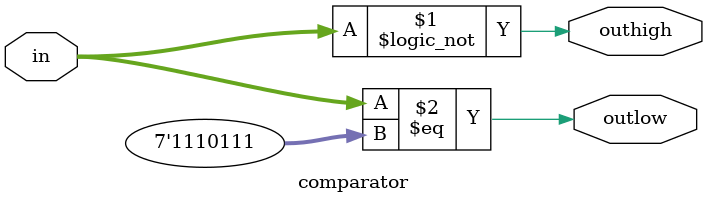
<source format=v>
module comparator (in, outhigh, outlow);
	parameter n = 7;
	parameter upper = 0;
	parameter lower = 7'd119;
	input [n:0] in;
	output outhigh;
	output outlow;
	
	assign outhigh = (in == upper);
	assign outlow = (in == lower);
	
endmodule

</source>
